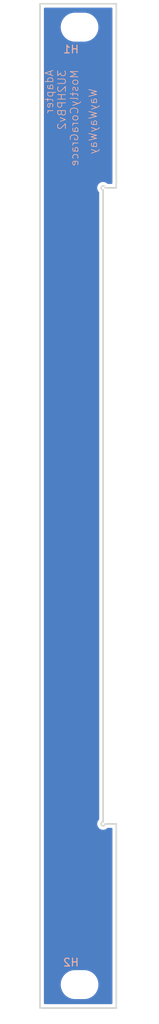
<source format=kicad_pcb>
(kicad_pcb (version 20241229) (generator "pcbnew") (generator_version "9.0")
  (layers (0 "F.Cu" signal) (2 "B.Cu" signal) (13 "F.Paste" user) (15 "B.Paste" user) (5 "F.SilkS" user "F.Silkscreen") (7 "B.SilkS" user "B.Silkscreen") (1 "F.Mask" user) (3 "B.Mask" user) (25 "Edge.Cuts" user))
  (net 0 "")
  (footprint "EXC:MountingHole_3.2mm_M3" (layer "F.Cu") (at 5.08 127.925)
    (property "Reference" "H2" (at 0 -2.84 0) (layer "B.SilkS") (effects (justify left mirror)))
    (property "Value" "Eurorack_M3_MountingHole")
    (pad "" np_thru_hole oval (at 0 0) (size 4.34 3.2) (drill oval 4.34 3.2) (layers "*.Cu" "*.Mask"))
  )
  (footprint "EXC:MountingHole_3.2mm_M3" (layer "F.Cu") (at 5.08 5.425)
    (property "Reference" "H1" (at 0 2.84 0) (layer "B.SilkS") (effects (justify left mirror)))
    (property "Value" "Eurorack_M3_MountingHole")
    (pad "" np_thru_hole oval (at 0 0) (size 4.34 3.2) (drill oval 4.34 3.2) (layers "*.Cu" "*.Mask"))
  )
  (gr_line (start 9.8 2.425) (end 9.8 25.985) (stroke (width 0.2)) (layer "Edge.Cuts"))
  (gr_line (start 8.35 25.985) (end 9.8 25.985) (stroke (width 0.2)) (layer "Edge.Cuts"))
  (gr_line (start 8.1 26.235) (end 8.1 107.115) (stroke (width 0.2)) (layer "Edge.Cuts"))
  (gr_line (start 8.35 107.365) (end 9.8 107.365) (stroke (width 0.2)) (layer "Edge.Cuts"))
  (gr_line (start 0 130.925) (end 9.8 130.925) (stroke (width 0.2)) (layer "Edge.Cuts"))
  (gr_line (start 9.8 107.365) (end 9.8 130.925) (stroke (width 0.2)) (layer "Edge.Cuts"))
  (gr_arc (start 8.1 26.235) (mid 7.923223 25.808223) (end 8.35 25.985) (stroke (width 0.2)) (layer "Edge.Cuts"))
  (gr_arc (start 8.35 107.365) (mid 7.923223 107.541777) (end 8.1 107.115) (stroke (width 0.2)) (layer "Edge.Cuts"))
  (gr_line (start 0 2.425) (end 0 130.925) (stroke (width 0.2)) (layer "Edge.Cuts"))
  (gr_line (start 0 2.425) (end 9.8 2.425) (stroke (width 0.2)) (layer "Edge.Cuts"))
  (gr_text "Adapter\n3U2HPBv2\nMostlyCoraGrace" (at 5 10.8 90) (layer "B.SilkS") (effects (font (size 1 1) (thickness 0.1)) (justify left bottom mirror)))
  (gr_text "WayWayWay" (at 7.4 13.2 90) (layer "B.SilkS") (effects (font (size 1 1) (thickness 0.1)) (justify left bottom mirror)))
  (zone (net 0) (net_name "") (layers "F.Cu" "B.Cu") (connect_pads (clearance 0.5)) (min_thickness 0.25) (fill yes (thermal_gap 0.5) (thermal_bridge_width 0.5) (island_removal_mode 1) (island_area_min 10))
    (polygon (pts (xy 0 2.425) (xy 9.8 2.425) (xy 9.8 25.985) (xy 8.1 25.985) (xy 8.1 107.365) (xy 9.8 107.365) (xy 9.8 130.925) (xy 0 130.925)))
  )
)
</source>
